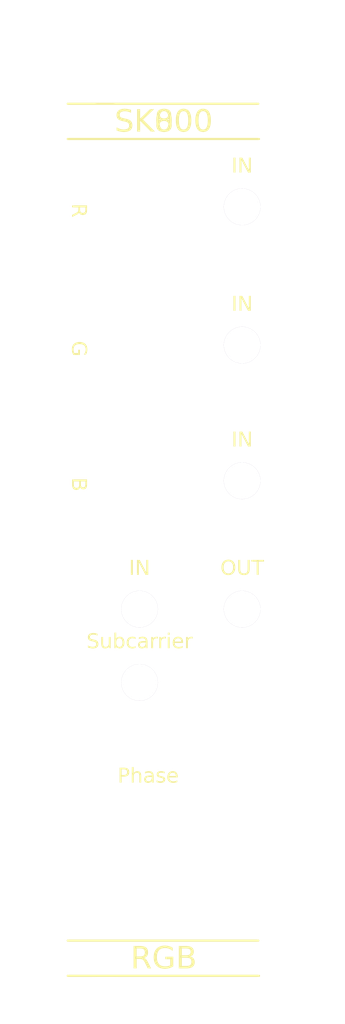
<source format=kicad_pcb>
(kicad_pcb (version 20240108) (generator "pcbnew") (generator_version "8.0")
  (layers (0 "F.Cu" signal) (31 "B.Cu" signal) (34 "B.Paste" user) (35 "F.Paste" user) (36 "B.SilkS" user "B.Silkscreen") (37 "F.SilkS" user "F.Silkscreen") (38 "B.Mask" user) (39 "F.Mask" user) (44 "Edge.Cuts" user))
  (net 0 "")
  (footprint "synkie_frontplate_footprints:Banana2mm-SKS Hirschmann" (layer "F.Cu") (at 138 74)
    (property "Reference" "IN" (at 0 -5.5 0) (layer "F.SilkS") (effects (font (size 2 2))))
    (property "Value" "Banana2mm-SKS Hirschmann")
    (pad "1" thru_hole circle (at 0 0) (size 5 5) (drill 5) (layers "*.Cu" "*.Mask"))
  )
  (footprint "synkie_frontplate_footprints:POTI-UWE-100K" (layer "F.Cu") (at 124.125 55.15 -90)
    (property "Reference" "R" (at 0.5 8.5 -90) (layer "F.SilkS") (effects (font (size 2 2))))
    (property "Value" "POTI-UWE-100K")
    (fp_line (start -0.5 3.5) (end 0.5 3.5) (stroke (width 0.00001)) (layer "Edge.Cuts"))
    (fp_line (start 0.5 3.5) (end 1.25 3.25) (stroke (width 0.00001)) (layer "Edge.Cuts"))
    (fp_line (start -1.25 3.25) (end -0.5 3.5) (stroke (width 0.00001)) (layer "Edge.Cuts"))
    (fp_line (start 1.25 3.25) (end 1.75 3) (stroke (width 0.00001)) (layer "Edge.Cuts"))
    (fp_line (start -1.75 3) (end -1.25 3.25) (stroke (width 0.00001)) (layer "Edge.Cuts"))
    (fp_line (start 1.75 3) (end 2.5 2.5) (stroke (width 0.00001)) (layer "Edge.Cuts"))
    (fp_line (start -2.5 2.5) (end -1.75 3) (stroke (width 0.00001)) (layer "Edge.Cuts"))
    (fp_line (start 2.5 2.5) (end 2.9 1.65) (stroke (width 0.00001)) (layer "Edge.Cuts"))
    (fp_line (start -2.9 1.75) (end -2.5 2.5) (stroke (width 0.00001)) (layer "Edge.Cuts"))
    (fp_line (start -2.9 -1.75) (end -2.9 1.75) (stroke (width 0.00001)) (layer "Edge.Cuts"))
    (fp_line (start -2.9 -1.75) (end -2.5 -2.5) (stroke (width 0.00001)) (layer "Edge.Cuts"))
    (fp_line (start 2.9 -1.85) (end 2.9 1.65) (stroke (width 0.00001)) (layer "Edge.Cuts"))
    (fp_line (start 2.75 -2.25) (end 2.9 -1.85) (stroke (width 0.00001)) (layer "Edge.Cuts"))
    (fp_line (start -2.5 -2.5) (end -1.75 -3) (stroke (width 0.00001)) (layer "Edge.Cuts"))
    (fp_line (start 2.25 -2.75) (end 2.75 -2.25) (stroke (width 0.00001)) (layer "Edge.Cuts"))
    (fp_line (start -1.75 -3) (end -0.5 -3.5) (stroke (width 0.00001)) (layer "Edge.Cuts"))
    (fp_line (start 1.25 -3.25) (end 2.25 -2.75) (stroke (width 0.00001)) (layer "Edge.Cuts"))
    (fp_line (start -0.5 -3.5) (end 0.5 -3.5) (stroke (width 0.00001)) (layer "Edge.Cuts"))
    (fp_line (start 0.5 -3.5) (end 1.25 -3.25) (stroke (width 0.00001)) (layer "Edge.Cuts"))
  )
  (footprint "synkie_frontplate_footprints:Banana2mm-SKS Hirschmann" (layer "F.Cu") (at 138 92.5)
    (property "Reference" "IN" (at 0 -5.5 0) (layer "F.SilkS") (effects (font (size 2 2))))
    (property "Value" "Banana2mm-SKS Hirschmann")
    (pad "1" thru_hole circle (at 0 0) (size 5 5) (drill 5) (layers "*.Cu" "*.Mask"))
  )
  (footprint "MountingHole:MountingHole_3.2mm_M3_DIN965" (layer "F.Cu") (at 138 64)
    (property "Reference" "REF**" (hide yes))
    (property "Value" "MountingHole_3.2mm_M3_DIN965")
    (pad "" np_thru_hole circle (at 0 0) (size 3.2 3.2) (drill 3.2) (layers "*.Cu" "*.Mask"))
  )
  (footprint "synkie_frontplate_footprints:Banana2mm-SKS Hirschmann" (layer "F.Cu") (at 138 110)
    (property "Reference" "OUT" (at 0 -5.5 0) (layer "F.SilkS") (effects (font (size 2 2))))
    (property "Value" "Banana2mm-SKS Hirschmann")
    (pad "1" thru_hole circle (at 0 0) (size 5 5) (drill 5) (layers "*.Cu" "*.Mask"))
  )
  (footprint "synkie_frontplate_footprints:Banana2mm-SKS Hirschmann" (layer "F.Cu") (at 124 120)
    (property "Reference" "Subcarrier" (at 0 -5.5 0) (layer "F.SilkS") (effects (font (size 2 2))))
    (property "Value" "Banana2mm-SKS Hirschmann")
    (pad "1" thru_hole circle (at 0 0) (size 5 5) (drill 5) (layers "*.Cu" "*.Mask"))
  )
  (footprint "synkie_frontplate_footprints:POTI-UWE-100K" (layer "F.Cu") (at 124.125 74 -90)
    (property "Reference" "G" (at 0.5 8.5 -90) (layer "F.SilkS") (effects (font (size 2 2))))
    (property "Value" "POTI-UWE-100K")
    (fp_line (start -0.5 3.5) (end 0.5 3.5) (stroke (width 0.00001)) (layer "Edge.Cuts"))
    (fp_line (start 0.5 3.5) (end 1.25 3.25) (stroke (width 0.00001)) (layer "Edge.Cuts"))
    (fp_line (start -1.25 3.25) (end -0.5 3.5) (stroke (width 0.00001)) (layer "Edge.Cuts"))
    (fp_line (start 1.25 3.25) (end 1.75 3) (stroke (width 0.00001)) (layer "Edge.Cuts"))
    (fp_line (start -1.75 3) (end -1.25 3.25) (stroke (width 0.00001)) (layer "Edge.Cuts"))
    (fp_line (start 1.75 3) (end 2.5 2.5) (stroke (width 0.00001)) (layer "Edge.Cuts"))
    (fp_line (start -2.5 2.5) (end -1.75 3) (stroke (width 0.00001)) (layer "Edge.Cuts"))
    (fp_line (start 2.5 2.5) (end 2.9 1.65) (stroke (width 0.00001)) (layer "Edge.Cuts"))
    (fp_line (start -2.9 1.75) (end -2.5 2.5) (stroke (width 0.00001)) (layer "Edge.Cuts"))
    (fp_line (start -2.9 -1.75) (end -2.9 1.75) (stroke (width 0.00001)) (layer "Edge.Cuts"))
    (fp_line (start -2.9 -1.75) (end -2.5 -2.5) (stroke (width 0.00001)) (layer "Edge.Cuts"))
    (fp_line (start 2.9 -1.85) (end 2.9 1.65) (stroke (width 0.00001)) (layer "Edge.Cuts"))
    (fp_line (start 2.75 -2.25) (end 2.9 -1.85) (stroke (width 0.00001)) (layer "Edge.Cuts"))
    (fp_line (start -2.5 -2.5) (end -1.75 -3) (stroke (width 0.00001)) (layer "Edge.Cuts"))
    (fp_line (start 2.25 -2.75) (end 2.75 -2.25) (stroke (width 0.00001)) (layer "Edge.Cuts"))
    (fp_line (start -1.75 -3) (end -0.5 -3.5) (stroke (width 0.00001)) (layer "Edge.Cuts"))
    (fp_line (start 1.25 -3.25) (end 2.25 -2.75) (stroke (width 0.00001)) (layer "Edge.Cuts"))
    (fp_line (start -0.5 -3.5) (end 0.5 -3.5) (stroke (width 0.00001)) (layer "Edge.Cuts"))
    (fp_line (start 0.5 -3.5) (end 1.25 -3.25) (stroke (width 0.00001)) (layer "Edge.Cuts"))
  )
  (footprint "synkie_frontplate_footprints:Banana2mm-SKS Hirschmann" (layer "F.Cu") (at 124 110)
    (property "Reference" "IN" (at 0 -5.5 0) (layer "F.SilkS") (effects (font (size 2 2))))
    (property "Value" "Banana2mm-SKS Hirschmann")
    (pad "1" thru_hole circle (at 0 0) (size 5 5) (drill 5) (layers "*.Cu" "*.Mask"))
  )
  (footprint "synkie_frontplate_footprints:Frontplate_30mm" (layer "F.Cu") (at 111.8 36.4)
    (property "Reference" "REF**" (hide yes))
    (property "Value" "Frontplate_30mm")
    (fp_line (start 2.4 4.7) (end 28.4 4.7) (stroke (width 0.3)) (layer "F.SilkS"))
    (fp_line (start 2.4 9.5) (end 28.5 9.5) (stroke (width 0.3)) (layer "F.SilkS"))
    (fp_line (start 2.4 118.8) (end 28.4 118.8) (stroke (width 0.3)) (layer "F.SilkS"))
    (fp_line (start 2.4 123.6) (end 28.5 123.6) (stroke (width 0.3)) (layer "F.SilkS"))
    (fp_rect (start 0 0) (end 30 128.5) (stroke (width 0.00001)) (fill none) (layer "Edge.Cuts"))
    (fp_text user "SK800" (at 15.5 9 0) (layer "F.SilkS") (effects (font (size 3 3)) (justify bottom)))
    (fp_text user "SK000" (at 15.5 9 0) (layer "F.SilkS") (effects (font (size 3 3)) (justify bottom)))
    (fp_text user "RGB" (at 15.5 123.1 0) (layer "F.SilkS") (effects (font (size 3 3)) (justify bottom)))
    (pad "" np_thru_hole oval (at 7.5 3) (size 5 3) (drill oval 5 3) (layers "F&B.Cu" "*.Mask"))
    (pad "" np_thru_hole oval (at 7.5 125.5) (size 5 3) (drill oval 5 3) (layers "F&B.Cu" "*.Mask"))
  )
  (footprint "synkie_frontplate_footprints:Banana2mm-SKS Hirschmann" (layer "F.Cu") (at 138 55.15)
    (property "Reference" "IN" (at 0 -5.5 0) (layer "F.SilkS") (effects (font (size 2 2))))
    (property "Value" "Banana2mm-SKS Hirschmann")
    (pad "1" thru_hole circle (at 0 0) (size 5 5) (drill 5) (layers "*.Cu" "*.Mask"))
  )
  (footprint "MountingHole:MountingHole_3.2mm_M3_DIN965" (layer "F.Cu") (at 119.5 145.8)
    (property "Reference" "REF**" (hide yes))
    (property "Value" "MountingHole_3.2mm_M3_DIN965")
    (pad "" np_thru_hole circle (at 0 0) (size 3.2 3.2) (drill 3.2) (layers "*.Cu" "*.Mask"))
  )
  (footprint "" (layer "F.Cu") (at 119.5 145.75)
    (property "Reference" "" (at 0 0 0) (layer "F.SilkS") (effects (font (size 1.27 1.27))))
    (property "Value" "")
    (pad "" np_thru_hole circle (at 0 0) (size 2.5 2.5) (drill 2.5) (layers "F&B.Cu" "*.Mask"))
  )
  (footprint "synkie_frontplate_footprints:POTI-UWE-100K" (layer "F.Cu") (at 124.125 92.5 -90)
    (property "Reference" "B" (at 0.5 8.5 -90) (layer "F.SilkS") (effects (font (size 2 2))))
    (property "Value" "POTI-UWE-100K")
    (fp_line (start -0.5 3.5) (end 0.5 3.5) (stroke (width 0.00001)) (layer "Edge.Cuts"))
    (fp_line (start 0.5 3.5) (end 1.25 3.25) (stroke (width 0.00001)) (layer "Edge.Cuts"))
    (fp_line (start -1.25 3.25) (end -0.5 3.5) (stroke (width 0.00001)) (layer "Edge.Cuts"))
    (fp_line (start 1.25 3.25) (end 1.75 3) (stroke (width 0.00001)) (layer "Edge.Cuts"))
    (fp_line (start -1.75 3) (end -1.25 3.25) (stroke (width 0.00001)) (layer "Edge.Cuts"))
    (fp_line (start 1.75 3) (end 2.5 2.5) (stroke (width 0.00001)) (layer "Edge.Cuts"))
    (fp_line (start -2.5 2.5) (end -1.75 3) (stroke (width 0.00001)) (layer "Edge.Cuts"))
    (fp_line (start 2.5 2.5) (end 2.9 1.65) (stroke (width 0.00001)) (layer "Edge.Cuts"))
    (fp_line (start -2.9 1.75) (end -2.5 2.5) (stroke (width 0.00001)) (layer "Edge.Cuts"))
    (fp_line (start -2.9 -1.75) (end -2.9 1.75) (stroke (width 0.00001)) (layer "Edge.Cuts"))
    (fp_line (start -2.9 -1.75) (end -2.5 -2.5) (stroke (width 0.00001)) (layer "Edge.Cuts"))
    (fp_line (start 2.9 -1.85) (end 2.9 1.65) (stroke (width 0.00001)) (layer "Edge.Cuts"))
    (fp_line (start 2.75 -2.25) (end 2.9 -1.85) (stroke (width 0.00001)) (layer "Edge.Cuts"))
    (fp_line (start -2.5 -2.5) (end -1.75 -3) (stroke (width 0.00001)) (layer "Edge.Cuts"))
    (fp_line (start 2.25 -2.75) (end 2.75 -2.25) (stroke (width 0.00001)) (layer "Edge.Cuts"))
    (fp_line (start -1.75 -3) (end -0.5 -3.5) (stroke (width 0.00001)) (layer "Edge.Cuts"))
    (fp_line (start 1.25 -3.25) (end 2.25 -2.75) (stroke (width 0.00001)) (layer "Edge.Cuts"))
    (fp_line (start -0.5 -3.5) (end 0.5 -3.5) (stroke (width 0.00001)) (layer "Edge.Cuts"))
    (fp_line (start 0.5 -3.5) (end 1.25 -3.25) (stroke (width 0.00001)) (layer "Edge.Cuts"))
  )
  (gr_rect (start 133.5 118.25) (end 139 147.75) (stroke (width 0.00001)) (fill none) (layer "Edge.Cuts"))
  (gr_text "Phase" (at 121 134 0) (layer "F.SilkS") (effects (font (size 2 2)) (justify left bottom)))
)
</source>
